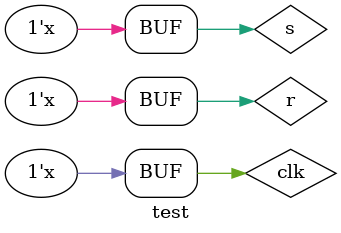
<source format=v>
`timescale 1ns / 1ps


module test;

	// Inputs
	reg s=0;
	reg r=0;
	reg clk=0;

	// Outputs
	wire q;
	wire q_bar;

	// Instantiate the Unit Under Test (UUT)
	SR_FlipFlop uut (
		.s(s), 
		.r(r), 
		.clk(clk), 
		.q(q), 
		.q_bar(q_bar)
	);

	always #50 begin
		{s,r} = {s,r} + 1;
		
	end
	always # 25 clk = ~clk;
      
endmodule


</source>
